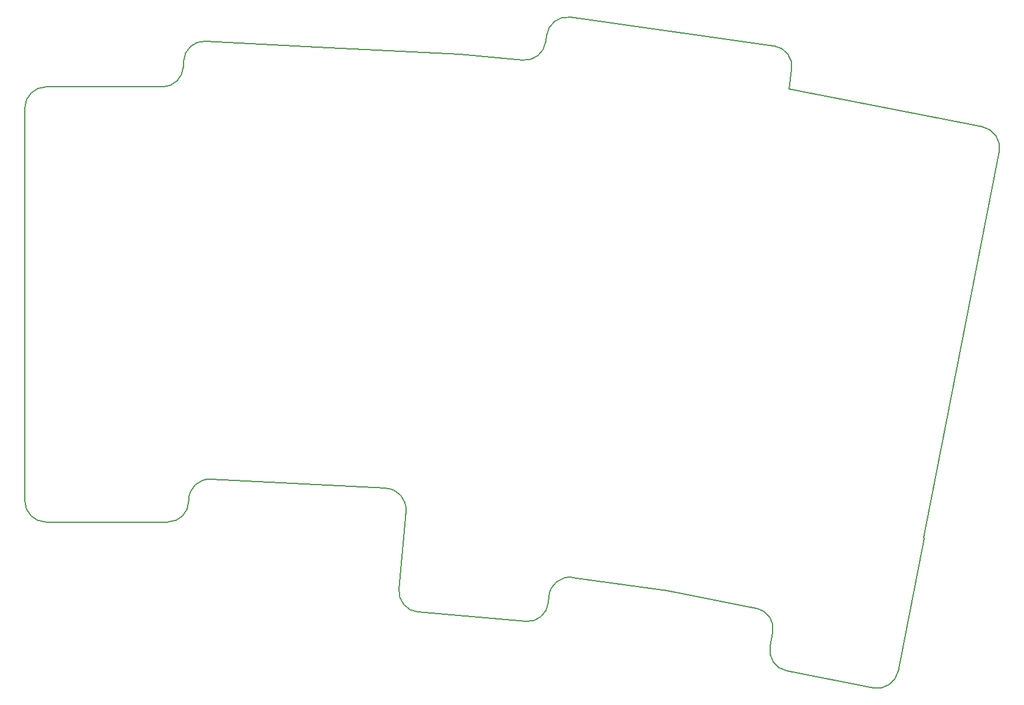
<source format=gbr>
%TF.GenerationSoftware,KiCad,Pcbnew,(6.0.9)*%
%TF.CreationDate,2022-11-07T09:36:57+01:00*%
%TF.ProjectId,itemun,6974656d-756e-42e6-9b69-6361645f7063,v1.0.0*%
%TF.SameCoordinates,Original*%
%TF.FileFunction,Profile,NP*%
%FSLAX46Y46*%
G04 Gerber Fmt 4.6, Leading zero omitted, Abs format (unit mm)*
G04 Created by KiCad (PCBNEW (6.0.9)) date 2022-11-07 09:36:57*
%MOMM*%
%LPD*%
G01*
G04 APERTURE LIST*
%TA.AperFunction,Profile*%
%ADD10C,0.150000*%
%TD*%
G04 APERTURE END LIST*
D10*
X85415793Y60319784D02*
X114628701Y56214178D01*
X136136752Y-14458599D02*
X136172186Y-14465486D01*
X114476578Y-28075830D02*
G75*
G03*
X112104145Y-24558525I-2944878J572430D01*
G01*
X78651634Y54173915D02*
G75*
G03*
X81883908Y56745001I261466J2988585D01*
G01*
X7181503Y-9181197D02*
G75*
G03*
X10181505Y-12181197I2999997J-3D01*
G01*
X30681505Y-9019999D02*
X30681505Y-9181197D01*
X33097100Y56880901D02*
X49075173Y56043526D01*
X114094982Y-30039088D02*
X114476600Y-28075834D01*
X33097100Y56880898D02*
G75*
G03*
X29944203Y54042020I-157000J-2995898D01*
G01*
X98871316Y-21986323D02*
G75*
G03*
X98716408Y-21960401I-572116J-2943077D01*
G01*
X132451410Y-33607216D02*
X136172186Y-14465486D01*
X85751779Y-20138341D02*
X98716408Y-21960401D01*
X69597010Y54968022D02*
X69596910Y54966121D01*
X114094993Y-30039090D02*
G75*
G03*
X116467437Y-33556397I2944907J-572410D01*
G01*
X7181505Y-9181197D02*
X7181505Y47318803D01*
X49075173Y56043525D02*
X69597010Y54968022D01*
X117181986Y52825855D02*
X116781940Y49979379D01*
X128934094Y-35979713D02*
G75*
G03*
X132451411Y-33607216I572406J2944913D01*
G01*
X81883907Y56745000D02*
X82027469Y57766500D01*
X79017757Y-26464828D02*
G75*
G03*
X82267808Y-23737712I261463J2988588D01*
G01*
X63576739Y-25113915D02*
X79017757Y-26464829D01*
X27681505Y-12181205D02*
G75*
G03*
X30681505Y-9181197I-5J3000005D01*
G01*
X33838513Y-6024118D02*
G75*
G03*
X30681506Y-9019999I-157013J-2995882D01*
G01*
X60849622Y-21863864D02*
X61835055Y-10600307D01*
X116467437Y-33556397D02*
X128934102Y-35979671D01*
X10181505Y50318795D02*
G75*
G03*
X7181505Y47318803I-5J-2999995D01*
G01*
X85751778Y-20138345D02*
G75*
G03*
X82345675Y-22847679I-417518J-2970805D01*
G01*
X116781940Y49979379D02*
X144556645Y44580523D01*
X98871316Y-21986324D02*
X112104145Y-24558525D01*
X10181505Y50318803D02*
X26902184Y50318803D01*
X61835039Y-10600306D02*
G75*
G03*
X59003479Y-7342952I-2988539J261506D01*
G01*
X29898073Y53161795D02*
X29944203Y54042020D01*
X60849583Y-21863861D02*
G75*
G03*
X63576739Y-25113915I2988617J-261439D01*
G01*
X26902184Y50318816D02*
G75*
G03*
X29898073Y53161795I16J2999984D01*
G01*
X117181973Y52825857D02*
G75*
G03*
X114628701Y56214178I-2970773J417543D01*
G01*
X10181505Y-12181197D02*
X27681505Y-12181197D01*
X82345676Y-22847678D02*
X82267808Y-23737712D01*
X69596910Y54966121D02*
X78651636Y54173935D01*
X136136752Y-14458599D02*
X146929099Y41063214D01*
X85415799Y60319830D02*
G75*
G03*
X82027470Y57766499I-417499J-2970830D01*
G01*
X146929132Y41063208D02*
G75*
G03*
X144556645Y44580522I-2944932J572392D01*
G01*
X33838513Y-6024111D02*
X59003479Y-7342951D01*
M02*

</source>
